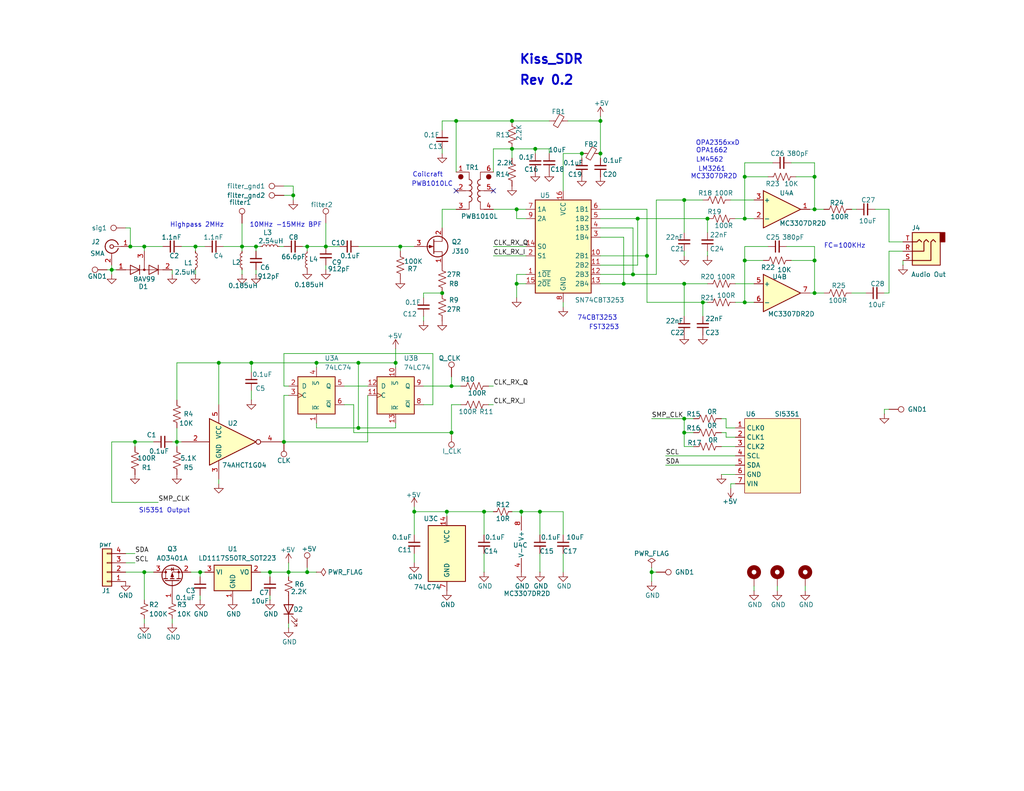
<source format=kicad_sch>
(kicad_sch (version 20231120) (generator "eeschema") (generator_version "8.0")
  (paper "USLetter")
  (title_block (title "kiss_sdr_r2") (date "2024-04-03") (rev "0.2"))
  (junction (at 78.74 156.21))
  (junction (at 54.61 156.21))
  (junction (at 140.97 77.47))
  (junction (at 186.69 114.3))
  (junction (at 59.69 99.06))
  (junction (at 222.25 48.26))
  (junction (at 86.36 99.06))
  (junction (at 132.08 139.7))
  (junction (at 123.19 105.41))
  (junction (at 39.37 67.31))
  (junction (at 120.65 80.01))
  (junction (at 170.18 77.47))
  (junction (at 53.34 67.31))
  (junction (at 113.03 139.7))
  (junction (at 186.69 77.47))
  (junction (at 203.2 48.26))
  (junction (at 73.66 156.21))
  (junction (at 203.2 71.12))
  (junction (at 172.72 74.93))
  (junction (at 107.95 99.06))
  (junction (at 39.37 156.21))
  (junction (at 97.79 116.84))
  (junction (at 177.8 156.21))
  (junction (at 88.9 67.31))
  (junction (at 176.53 69.85))
  (junction (at 222.25 71.12))
  (junction (at 109.22 67.31))
  (junction (at 139.7 33.02))
  (junction (at 48.26 120.65))
  (junction (at 146.05 40.64))
  (junction (at 222.25 57.15))
  (junction (at 68.58 99.06))
  (junction (at 35.56 67.31))
  (junction (at 203.2 82.55))
  (junction (at 163.83 41.91))
  (junction (at 142.24 139.7))
  (junction (at 97.79 99.06))
  (junction (at 123.19 118.11))
  (junction (at 163.83 33.02))
  (junction (at 36.83 120.65))
  (junction (at 158.75 41.91))
  (junction (at 69.85 67.31))
  (junction (at 140.97 57.15))
  (junction (at 77.47 120.65))
  (junction (at 173.99 59.69))
  (junction (at 222.25 80.01))
  (junction (at 83.82 156.21))
  (junction (at 193.04 59.69))
  (junction (at 83.82 67.31))
  (junction (at 80.01 53.34))
  (junction (at 186.69 54.61))
  (junction (at 30.48 73.66))
  (junction (at 147.32 139.7))
  (junction (at 203.2 59.69))
  (junction (at 124.46 33.02))
  (junction (at 66.04 67.31))
  (junction (at 186.69 118.11))
  (junction (at 121.92 139.7))
  (junction (at 191.77 82.55))
  (junction (at 139.7 40.64))
  (no_connect (at 134.62 52.07))
  (no_connect (at 124.46 52.07))
  (wire (pts (xy 134.62 40.64) (xy 134.62 46.99)))
  (wire (pts (xy 163.83 57.15) (xy 176.53 57.15)))
  (wire (pts (xy 215.9 44.45) (xy 222.25 44.45)))
  (wire (pts (xy 30.48 73.66) (xy 31.75 73.66)))
  (wire (pts (xy 77.47 96.52) (xy 118.11 96.52)))
  (wire (pts (xy 222.25 57.15) (xy 224.79 57.15)))
  (wire (pts (xy 86.36 99.06) (xy 97.79 99.06)))
  (wire (pts (xy 139.7 40.64) (xy 139.7 43.18)))
  (wire (pts (xy 153.67 151.13) (xy 153.67 156.21)))
  (wire (pts (xy 59.69 99.06) (xy 59.69 110.49)))
  (wire (pts (xy 54.61 156.21) (xy 54.61 157.48)))
  (wire (pts (xy 80.01 50.8) (xy 77.47 50.8)))
  (wire (pts (xy 199.39 54.61) (xy 205.74 54.61)))
  (wire (pts (xy 203.2 48.26) (xy 209.55 48.26)))
  (wire (pts (xy 153.67 139.7) (xy 147.32 139.7)))
  (wire (pts (xy 46.99 73.66) (xy 46.99 74.93)))
  (wire (pts (xy 163.83 31.75) (xy 163.83 33.02)))
  (wire (pts (xy 191.77 82.55) (xy 191.77 86.36)))
  (wire (pts (xy 149.86 40.64) (xy 149.86 41.91)))
  (wire (pts (xy 186.69 54.61) (xy 186.69 63.5)))
  (wire (pts (xy 203.2 48.26) (xy 203.2 59.69)))
  (wire (pts (xy 140.97 74.93) (xy 140.97 77.47)))
  (wire (pts (xy 120.65 57.15) (xy 124.46 57.15)))
  (wire (pts (xy 242.57 68.58) (xy 246.38 68.58)))
  (wire (pts (xy 71.12 156.21) (xy 73.66 156.21)))
  (wire (pts (xy 232.41 57.15) (xy 233.68 57.15)))
  (wire (pts (xy 242.57 57.15) (xy 242.57 66.04)))
  (wire (pts (xy 158.75 41.91) (xy 158.75 43.18)))
  (wire (pts (xy 238.76 57.15) (xy 242.57 57.15)))
  (wire (pts (xy 177.8 114.3) (xy 186.69 114.3)))
  (wire (pts (xy 97.79 99.06) (xy 97.79 116.84)))
  (wire (pts (xy 163.83 74.93) (xy 172.72 74.93)))
  (wire (pts (xy 205.74 160.02) (xy 205.74 161.29)))
  (wire (pts (xy 76.2 67.31) (xy 77.47 67.31)))
  (wire (pts (xy 222.25 48.26) (xy 217.17 48.26)))
  (wire (pts (xy 88.9 60.96) (xy 88.9 67.31)))
  (wire (pts (xy 139.7 40.64) (xy 134.62 40.64)))
  (wire (pts (xy 232.41 80.01) (xy 236.22 80.01)))
  (wire (pts (xy 193.04 77.47) (xy 186.69 77.47)))
  (wire (pts (xy 186.69 121.92) (xy 186.69 118.11)))
  (wire (pts (xy 222.25 67.31) (xy 222.25 71.12)))
  (wire (pts (xy 139.7 139.7) (xy 142.24 139.7)))
  (wire (pts (xy 172.72 74.93) (xy 179.07 74.93)))
  (wire (pts (xy 83.82 156.21) (xy 86.36 156.21)))
  (wire (pts (xy 140.97 57.15) (xy 143.51 57.15)))
  (wire (pts (xy 196.85 129.54) (xy 200.66 129.54)))
  (wire (pts (xy 181.61 127) (xy 200.66 127)))
  (wire (pts (xy 146.05 40.64) (xy 146.05 41.91)))
  (wire (pts (xy 113.03 139.7) (xy 121.92 139.7)))
  (wire (pts (xy 203.2 67.31) (xy 203.2 71.12)))
  (wire (pts (xy 39.37 67.31) (xy 44.45 67.31)))
  (wire (pts (xy 170.18 77.47) (xy 186.69 77.47)))
  (wire (pts (xy 181.61 124.46) (xy 200.66 124.46)))
  (wire (pts (xy 173.99 59.69) (xy 193.04 59.69)))
  (wire (pts (xy 123.19 102.87) (xy 123.19 105.41)))
  (wire (pts (xy 113.03 139.7) (xy 113.03 146.05)))
  (wire (pts (xy 97.79 67.31) (xy 109.22 67.31)))
  (wire (pts (xy 115.57 80.01) (xy 115.57 81.28)))
  (wire (pts (xy 30.48 120.65) (xy 36.83 120.65)))
  (wire (pts (xy 214.63 67.31) (xy 222.25 67.31)))
  (wire (pts (xy 107.95 116.84) (xy 107.95 115.57)))
  (wire (pts (xy 146.05 40.64) (xy 149.86 40.64)))
  (wire (pts (xy 186.69 54.61) (xy 191.77 54.61)))
  (wire (pts (xy 88.9 67.31) (xy 83.82 67.31)))
  (wire (pts (xy 193.04 59.69) (xy 193.04 63.5)))
  (wire (pts (xy 115.57 110.49) (xy 118.11 110.49)))
  (wire (pts (xy 113.03 151.13) (xy 113.03 153.67)))
  (wire (pts (xy 209.55 67.31) (xy 203.2 67.31)))
  (wire (pts (xy 34.29 153.67) (xy 36.83 153.67)))
  (wire (pts (xy 78.74 153.67) (xy 78.74 156.21)))
  (wire (pts (xy 53.34 73.66) (xy 53.34 74.93)))
  (wire (pts (xy 241.3 111.76) (xy 241.3 113.03)))
  (wire (pts (xy 34.29 151.13) (xy 36.83 151.13)))
  (wire (pts (xy 241.3 111.76) (xy 242.57 111.76)))
  (wire (pts (xy 242.57 66.04) (xy 246.38 66.04)))
  (wire (pts (xy 186.69 77.47) (xy 186.69 86.36)))
  (wire (pts (xy 134.62 67.31) (xy 143.51 67.31)))
  (wire (pts (xy 30.48 120.65) (xy 30.48 137.16)))
  (wire (pts (xy 39.37 168.91) (xy 39.37 170.18)))
  (wire (pts (xy 163.83 69.85) (xy 176.53 69.85)))
  (wire (pts (xy 78.74 170.18) (xy 78.74 171.45)))
  (wire (pts (xy 48.26 116.84) (xy 48.26 120.65)))
  (wire (pts (xy 219.71 160.02) (xy 219.71 161.29)))
  (wire (pts (xy 29.21 73.66) (xy 30.48 73.66)))
  (wire (pts (xy 189.23 121.92) (xy 186.69 121.92)))
  (wire (pts (xy 83.82 68.58) (xy 83.82 67.31)))
  (wire (pts (xy 48.26 120.65) (xy 49.53 120.65)))
  (wire (pts (xy 154.94 33.02) (xy 163.83 33.02)))
  (wire (pts (xy 77.47 120.65) (xy 100.33 120.65)))
  (wire (pts (xy 34.29 62.23) (xy 35.56 62.23)))
  (wire (pts (xy 88.9 72.39) (xy 88.9 73.66)))
  (wire (pts (xy 53.34 67.31) (xy 55.88 67.31)))
  (wire (pts (xy 54.61 156.21) (xy 55.88 156.21)))
  (wire (pts (xy 132.08 139.7) (xy 134.62 139.7)))
  (wire (pts (xy 83.82 154.94) (xy 83.82 156.21)))
  (wire (pts (xy 173.99 59.69) (xy 173.99 72.39)))
  (wire (pts (xy 143.51 74.93) (xy 140.97 74.93)))
  (wire (pts (xy 200.66 82.55) (xy 203.2 82.55)))
  (wire (pts (xy 163.83 59.69) (xy 173.99 59.69)))
  (wire (pts (xy 52.07 156.21) (xy 54.61 156.21)))
  (wire (pts (xy 200.66 59.69) (xy 203.2 59.69)))
  (wire (pts (xy 222.25 44.45) (xy 222.25 48.26)))
  (wire (pts (xy 153.67 41.91) (xy 158.75 41.91)))
  (wire (pts (xy 78.74 107.95) (xy 77.47 107.95)))
  (wire (pts (xy 176.53 69.85) (xy 176.53 82.55)))
  (wire (pts (xy 246.38 71.12) (xy 246.38 72.39)))
  (wire (pts (xy 134.62 105.41) (xy 133.35 105.41)))
  (wire (pts (xy 163.83 62.23) (xy 172.72 62.23)))
  (wire (pts (xy 120.65 80.01) (xy 115.57 80.01)))
  (wire (pts (xy 120.65 57.15) (xy 120.65 62.23)))
  (wire (pts (xy 35.56 67.31) (xy 35.56 62.23)))
  (wire (pts (xy 69.85 68.58) (xy 69.85 67.31)))
  (wire (pts (xy 203.2 44.45) (xy 203.2 48.26)))
  (wire (pts (xy 186.69 114.3) (xy 189.23 114.3)))
  (wire (pts (xy 59.69 99.06) (xy 68.58 99.06)))
  (wire (pts (xy 30.48 137.16) (xy 43.18 137.16)))
  (wire (pts (xy 124.46 33.02) (xy 124.46 46.99)))
  (wire (pts (xy 132.08 151.13) (xy 132.08 156.21)))
  (wire (pts (xy 69.85 67.31) (xy 71.12 67.31)))
  (wire (pts (xy 35.56 67.31) (xy 39.37 67.31)))
  (wire (pts (xy 123.19 118.11) (xy 123.19 110.49)))
  (wire (pts (xy 80.01 53.34) (xy 80.01 50.8)))
  (wire (pts (xy 93.98 105.41) (xy 100.33 105.41)))
  (wire (pts (xy 198.12 114.3) (xy 196.85 114.3)))
  (wire (pts (xy 77.47 107.95) (xy 77.47 120.65)))
  (wire (pts (xy 80.01 54.61) (xy 80.01 53.34)))
  (wire (pts (xy 222.25 71.12) (xy 222.25 80.01)))
  (wire (pts (xy 220.98 57.15) (xy 222.25 57.15)))
  (wire (pts (xy 191.77 82.55) (xy 193.04 82.55)))
  (wire (pts (xy 68.58 106.68) (xy 68.58 109.22)))
  (wire (pts (xy 30.48 73.66) (xy 30.48 74.93)))
  (wire (pts (xy 68.58 99.06) (xy 86.36 99.06)))
  (wire (pts (xy 199.39 132.08) (xy 199.39 133.35)))
  (wire (pts (xy 54.61 162.56) (xy 54.61 163.83)))
  (wire (pts (xy 86.36 99.06) (xy 86.36 100.33)))
  (wire (pts (xy 203.2 59.69) (xy 205.74 59.69)))
  (wire (pts (xy 73.66 156.21) (xy 78.74 156.21)))
  (wire (pts (xy 186.69 118.11) (xy 189.23 118.11)))
  (wire (pts (xy 203.2 71.12) (xy 208.28 71.12)))
  (wire (pts (xy 140.97 77.47) (xy 140.97 81.28)))
  (wire (pts (xy 242.57 80.01) (xy 241.3 80.01)))
  (wire (pts (xy 177.8 156.21) (xy 177.8 158.75)))
  (wire (pts (xy 49.53 67.31) (xy 53.34 67.31)))
  (wire (pts (xy 153.67 41.91) (xy 153.67 52.07)))
  (wire (pts (xy 86.36 116.84) (xy 97.79 116.84)))
  (wire (pts (xy 153.67 146.05) (xy 153.67 139.7)))
  (wire (pts (xy 66.04 73.66) (xy 66.04 74.93)))
  (wire (pts (xy 139.7 33.02) (xy 149.86 33.02)))
  (wire (pts (xy 210.82 44.45) (xy 203.2 44.45)))
  (wire (pts (xy 109.22 67.31) (xy 113.03 67.31)))
  (wire (pts (xy 196.85 121.92) (xy 200.66 121.92)))
  (wire (pts (xy 134.62 57.15) (xy 140.97 57.15)))
  (wire (pts (xy 222.25 57.15) (xy 222.25 48.26)))
  (wire (pts (xy 222.25 80.01) (xy 224.79 80.01)))
  (wire (pts (xy 198.12 116.84) (xy 198.12 114.3)))
  (wire (pts (xy 109.22 67.31) (xy 109.22 68.58)))
  (wire (pts (xy 66.04 60.96) (xy 66.04 67.31)))
  (wire (pts (xy 93.98 110.49) (xy 96.52 110.49)))
  (wire (pts (xy 77.47 53.34) (xy 80.01 53.34)))
  (wire (pts (xy 66.04 67.31) (xy 69.85 67.31)))
  (wire (pts (xy 124.46 33.02) (xy 139.7 33.02)))
  (wire (pts (xy 163.83 64.77) (xy 170.18 64.77)))
  (wire (pts (xy 132.08 139.7) (xy 132.08 146.05)))
  (wire (pts (xy 179.07 54.61) (xy 186.69 54.61)))
  (wire (pts (xy 115.57 86.36) (xy 115.57 87.63)))
  (wire (pts (xy 212.09 160.02) (xy 212.09 161.29)))
  (wire (pts (xy 123.19 105.41) (xy 125.73 105.41)))
  (wire (pts (xy 193.04 68.58) (xy 193.04 69.85)))
  (wire (pts (xy 172.72 74.93) (xy 172.72 62.23)))
  (wire (pts (xy 163.83 33.02) (xy 163.83 41.91)))
  (wire (pts (xy 73.66 162.56) (xy 73.66 163.83)))
  (wire (pts (xy 107.95 99.06) (xy 107.95 95.25)))
  (wire (pts (xy 203.2 71.12) (xy 203.2 82.55)))
  (wire (pts (xy 97.79 99.06) (xy 107.95 99.06)))
  (wire (pts (xy 120.65 33.02) (xy 120.65 35.56)))
  (wire (pts (xy 163.83 41.91) (xy 163.83 43.18)))
  (wire (pts (xy 186.69 69.85) (xy 186.69 68.58)))
  (wire (pts (xy 100.33 107.95) (xy 100.33 120.65)))
  (wire (pts (xy 107.95 100.33) (xy 107.95 99.06)))
  (wire (pts (xy 120.65 33.02) (xy 124.46 33.02)))
  (wire (pts (xy 53.34 67.31) (xy 53.34 68.58)))
  (wire (pts (xy 147.32 151.13) (xy 147.32 156.21)))
  (wire (pts (xy 143.51 59.69) (xy 140.97 59.69)))
  (wire (pts (xy 118.11 96.52) (xy 118.11 110.49)))
  (wire (pts (xy 176.53 82.55) (xy 191.77 82.55)))
  (wire (pts (xy 123.19 110.49) (xy 125.73 110.49)))
  (wire (pts (xy 48.26 99.06) (xy 48.26 109.22)))
  (wire (pts (xy 203.2 82.55) (xy 205.74 82.55)))
  (wire (pts (xy 97.79 116.84) (xy 107.95 116.84)))
  (wire (pts (xy 163.83 72.39) (xy 173.99 72.39)))
  (wire (pts (xy 200.66 116.84) (xy 198.12 116.84)))
  (wire (pts (xy 39.37 67.31) (xy 39.37 68.58)))
  (wire (pts (xy 96.52 118.11) (xy 123.19 118.11)))
  (wire (pts (xy 68.58 101.6) (xy 68.58 99.06)))
  (wire (pts (xy 142.24 139.7) (xy 142.24 140.97)))
  (wire (pts (xy 200.66 132.08) (xy 199.39 132.08)))
  (wire (pts (xy 73.66 156.21) (xy 73.66 157.48)))
  (wire (pts (xy 60.96 67.31) (xy 66.04 67.31)))
  (wire (pts (xy 186.69 118.11) (xy 186.69 114.3)))
  (wire (pts (xy 200.66 119.38) (xy 198.12 119.38)))
  (wire (pts (xy 242.57 68.58) (xy 242.57 80.01)))
  (wire (pts (xy 48.26 120.65) (xy 48.26 121.92)))
  (wire (pts (xy 198.12 118.11) (xy 196.85 118.11)))
  (wire (pts (xy 30.48 73.66) (xy 30.48 72.39)))
  (wire (pts (xy 198.12 119.38) (xy 198.12 118.11)))
  (wire (pts (xy 177.8 154.94) (xy 177.8 156.21)))
  (wire (pts (xy 153.67 82.55) (xy 153.67 83.82)))
  (wire (pts (xy 39.37 156.21) (xy 39.37 163.83)))
  (wire (pts (xy 46.99 168.91) (xy 46.99 170.18)))
  (wire (pts (xy 48.26 99.06) (xy 59.69 99.06)))
  (wire (pts (xy 46.99 120.65) (xy 48.26 120.65)))
  (wire (pts (xy 83.82 67.31) (xy 82.55 67.31)))
  (wire (pts (xy 200.66 77.47) (xy 205.74 77.47)))
  (wire (pts (xy 134.62 69.85) (xy 143.51 69.85)))
  (wire (pts (xy 143.51 77.47) (xy 140.97 77.47)))
  (wire (pts (xy 121.92 139.7) (xy 121.92 140.97)))
  (wire (pts (xy 39.37 156.21) (xy 41.91 156.21)))
  (wire (pts (xy 86.36 115.57) (xy 86.36 116.84)))
  (wire (pts (xy 115.57 105.41) (xy 123.19 105.41)))
  (wire (pts (xy 140.97 57.15) (xy 140.97 59.69)))
  (wire (pts (xy 36.83 120.65) (xy 36.83 121.92)))
  (wire (pts (xy 77.47 105.41) (xy 77.47 96.52)))
  (wire (pts (xy 78.74 156.21) (xy 83.82 156.21)))
  (wire (pts (xy 139.7 40.64) (xy 146.05 40.64)))
  (wire (pts (xy 88.9 67.31) (xy 92.71 67.31)))
  (wire (pts (xy 34.29 156.21) (xy 39.37 156.21)))
  (wire (pts (xy 179.07 74.93) (xy 179.07 54.61)))
  (wire (pts (xy 121.92 139.7) (xy 132.08 139.7)))
  (wire (pts (xy 142.24 139.7) (xy 147.32 139.7)))
  (wire (pts (xy 78.74 105.41) (xy 77.47 105.41)))
  (wire (pts (xy 215.9 71.12) (xy 222.25 71.12)))
  (wire (pts (xy 220.98 80.01) (xy 222.25 80.01)))
  (wire (pts (xy 170.18 77.47) (xy 170.18 64.77)))
  (wire (pts (xy 147.32 139.7) (xy 147.32 146.05)))
  (wire (pts (xy 163.83 77.47) (xy 170.18 77.47)))
  (wire (pts (xy 133.35 110.49) (xy 134.62 110.49)))
  (wire (pts (xy 78.74 156.21) (xy 78.74 157.48)))
  (wire (pts (xy 96.52 110.49) (xy 96.52 118.11)))
  (wire (pts (xy 177.8 156.21) (xy 179.07 156.21)))
  (wire (pts (xy 113.03 139.7) (xy 113.03 138.43)))
  (wire (pts (xy 66.04 67.31) (xy 66.04 68.58)))
  (wire (pts (xy 69.85 73.66) (xy 69.85 74.93)))
  (wire (pts (xy 176.53 57.15) (xy 176.53 69.85)))
  (wire (pts (xy 36.83 120.65) (xy 41.91 120.65)))
  (wire (pts (xy 120.65 41.91) (xy 120.65 40.64)))
  (wire (pts (xy 59.69 132.08) (xy 59.69 130.81)))
  (text "10MHz -15MHz BPF" (at 68.072 62.23 0) (effects (font (size 1.27 1.27)) (justify left bottom)))
  (text "Highpass 2MHz" (at 46.355 62.23 0) (effects (font (size 1.27 1.27)) (justify left bottom)))
  (text "Coilcraft" (at 112.522 48.514 0) (effects (font (size 1.27 1.27)) (justify left bottom)))
  (text "Kiss_SDR" (at 141.605 17.78 0) (effects (font (size 2.5 2.5) (thickness 0.5) (bold yes)) (justify left bottom)))
  (text "OPA2356xxD" (at 195.834 39.116 0) (effects (font (size 1.27 1.27))))
  (text "FC=100KHz" (at 224.79 67.945 0) (effects (font (size 1.27 1.27)) (justify left bottom)))
  (text "MC3307DR2D" (at 194.818 48.26 0) (effects (font (size 1.27 1.27))))
  (text "Rev 0.2" (at 141.605 23.495 0) (effects (font (size 2.5 2.5) (bold yes)) (justify left bottom)))
  (text "LM3261" (at 190.5 46.99 0) (effects (font (size 1.27 1.27)) (justify left bottom)))
  (text "OPA1662" (at 189.865 41.91 0) (effects (font (size 1.27 1.27)) (justify left bottom)))
  (text "SI5351 Output" (at 37.846 140.208 0) (effects (font (size 1.27 1.27)) (justify left bottom)))
  (text "74CBT3253" (at 157.48 87.63 0) (effects (font (size 1.27 1.27)) (justify left bottom)))
  (text "FST3253\n" (at 160.655 90.17 0) (effects (font (size 1.27 1.27)) (justify left bottom)))
  (text "LM4562" (at 189.865 44.45 0) (effects (font (size 1.27 1.27)) (justify left bottom)))
  (text "PWB1010LC" (at 112.268 51.054 0) (effects (font (size 1.27 1.27)) (justify left bottom)))
  (label "SDA" (at 181.61 127 0))
  (label "CLK_RX_I" (at 134.62 69.85 0))
  (label "SMP_CLK" (at 177.8 114.3 0))
  (label "CLK_RX_I" (at 134.62 110.49 0))
  (label "CLK_RX_Q" (at 134.62 67.31 0))
  (label "SMP_CLK" (at 43.18 137.16 0))
  (label "SDA" (at 36.83 151.13 0))
  (label "SCL" (at 36.83 153.67 0))
  (label "CLK_RX_Q" (at 134.62 105.41 0))
  (label "SCL" (at 181.61 124.46 0))
  (symbol (lib_id "Connector:Conn_Coaxial") (at 30.48 67.31 0) (mirror y) (unit 1)
    (property "Reference" "J2" (at 27.305 66.04 0) (effects (justify left)))
    (property "Value" "SMA" (at 28.575 69.215 0) (effects (justify left)))
    (property "Footprint" "Connector_Coaxial:SMA_Samtec_SMA-J-P-X-ST-EM1_EdgeMount" (effects (hide yes)))
    (property "Datasheet" " ~" (effects (hide yes)))
  )
  (symbol (lib_id "Device:C_Small") (at 238.76 80.01 90) (unit 1)
    (property "Reference" "C28" (at 237.49 77.47 90) (effects (justify right)))
    (property "Value" "10uF" (at 236.855 83.185 90) (effects (justify right)))
    (property "Footprint" "Capacitor_SMD:C_0805_2012Metric_Pad1.18x1.45mm_HandSolder" (effects (hide yes)))
    (property "Description" "CAP CER, 10uF, 25V, X7R, 0805" (effects (hide yes)))
    (property "Vendor" "Digikey" (effects (hide yes)))
    (property "Vendor #" "1276-1017-1-ND" (effects (hide yes)))
  )
  (symbol (lib_id "Device:R_Small_US") (at 39.37 166.37 0) (unit 1)
    (property "Reference" "R2" (at 40.64 165.1 0) (effects (justify left)))
    (property "Value" "100K" (at 40.64 167.64 0) (effects (justify left)))
    (property "Footprint" "Resistor_SMD:R_0805_2012Metric_Pad1.20x1.40mm_HandSolder" (effects (hide yes)))
    (property "Description" " RES 100K OHM %1 1/10W 0805 SMD" (effects (hide yes)))
  )
  (symbol (lib_name "GND_1") (lib_id "power:GND") (at 73.66 163.83 0) (unit 1)
    (property "Reference" "#PWR015" (effects (hide yes)))
    (property "Value" "GND" (at 73.914 167.64 0))
    (property "Description" "Power symbol creates a global label with name \"GND\" , ground" (effects (hide yes)))
  )
  (symbol (lib_id "Mechanical:MountingHole_Pad") (at 219.71 157.48 0) (unit 1) (in_bom no)
    (property "Reference" "H4" (effects (hide yes)))
    (property "Value" "MountingHole_Pad" (effects (hide yes)))
    (property "Footprint" "MountingHole:MountingHole_2.7mm_M2.5_ISO14580_Pad" (effects (hide yes)))
  )
  (symbol (lib_name "GND_1") (lib_id "power:GND") (at 246.38 72.39 0) (unit 1)
    (property "Reference" "#PWR054" (effects (hide yes)))
    (property "Value" "GND" (effects (hide yes)))
    (property "Description" "Power symbol creates a global label with name \"GND\" , ground" (effects (hide yes)))
  )
  (symbol (lib_name "GND_1") (lib_id "power:GND") (at 158.75 48.26 0) (unit 1)
    (property "Reference" "#PWR038" (effects (hide yes)))
    (property "Value" "GND" (effects (hide yes)))
    (property "Description" "Power symbol creates a global label with name \"GND\" , ground" (effects (hide yes)))
  )
  (symbol (lib_name "GND_1") (lib_id "power:GND") (at 66.04 74.93 0) (unit 1)
    (property "Reference" "#PWR012" (effects (hide yes)))
    (property "Value" "GND" (effects (hide yes)))
    (property "Description" "Power symbol creates a global label with name \"GND\" , ground" (effects (hide yes)))
  )
  (symbol (lib_name "GND_1") (lib_id "power:GND") (at 120.65 87.63 0) (unit 1)
    (property "Reference" "#PWR028" (effects (hide yes)))
    (property "Value" "GND" (effects (hide yes)))
    (property "Description" "Power symbol creates a global label with name \"GND\" , ground" (effects (hide yes)))
  )
  (symbol (lib_id "Connector:TestPoint") (at 29.21 73.66 90) (mirror x) (unit 1) (in_bom no)
    (property "Reference" "GND1" (effects (hide yes)))
    (property "Value" "GND1" (at 29.21 75.438 90) (effects (justify left)))
    (property "Footprint" "TestPoint:TestPoint_THTPad_D2.0mm_Drill1.0mm" (effects (hide yes)))
  )
  (symbol (lib_name "GND_1") (lib_id "power:GND") (at 193.04 69.85 0) (unit 1)
    (property "Reference" "#PWR045" (effects (hide yes)))
    (property "Value" "GND" (effects (hide yes)))
    (property "Description" "Power symbol creates a global label with name \"GND\" , ground" (effects (hide yes)))
  )
  (symbol (lib_name "GND_1") (lib_id "power:GND") (at 212.09 161.29 0) (unit 1)
    (property "Reference" "#PWR050" (effects (hide yes)))
    (property "Value" "GND" (at 212.344 165.1 0))
    (property "Description" "Power symbol creates a global label with name \"GND\" , ground" (effects (hide yes)))
  )
  (symbol (lib_id "Connector:TestPoint") (at 123.19 118.11 0) (mirror x) (unit 1) (in_bom no)
    (property "Reference" "I_CLK1" (effects (hide yes)))
    (property "Value" "I_CLK" (at 120.65 123.19 0) (effects (justify left)))
    (property "Footprint" "TestPoint:TestPoint_THTPad_D2.0mm_Drill1.0mm" (effects (hide yes)))
  )
  (symbol (lib_id "Device:R_US") (at 139.7 46.99 180) (unit 1)
    (property "Reference" "R14" (at 137.16 47.625 0))
    (property "Value" "2.2K" (at 137.795 44.45 0))
    (property "Footprint" "Resistor_SMD:R_0805_2012Metric_Pad1.20x1.40mm_HandSolder" (effects (hide yes)))
    (property "Description" " RES 10K OHM %1 1/10W 0805 SMD" (effects (hide yes)))
  )
  (symbol (lib_name "GND_1") (lib_id "power:GND") (at 113.03 153.67 0) (unit 1)
    (property "Reference" "#PWR022" (effects (hide yes)))
    (property "Value" "GND" (at 113.284 157.48 0))
    (property "Description" "Power symbol creates a global label with name \"GND\" , ground" (effects (hide yes)))
  )
  (symbol (lib_id "Device:R_US") (at 213.36 48.26 90) (unit 1)
    (property "Reference" "R23" (at 210.82 50.165 90))
    (property "Value" "10K" (at 215.9 50.165 90))
    (property "Footprint" "Resistor_SMD:R_0805_2012Metric_Pad1.20x1.40mm_HandSolder" (effects (hide yes)))
    (property "Description" " RES 10K OHM %1 1/10W 0805 SMD" (effects (hide yes)))
  )
  (symbol (lib_id "Device:C_Small") (at 186.69 66.04 180) (unit 1)
    (property "Reference" "C21" (at 182.88 67.945 0) (effects (justify right)))
    (property "Value" "22nF" (at 181.61 64.77 0) (effects (justify right)))
    (property "Footprint" "Capacitor_SMD:C_0805_2012Metric_Pad1.18x1.45mm_HandSolder" (effects (hide yes)))
    (property "Description" "CAP CER, 22nF, 25V, X7R, 0805" (effects (hide yes)))
    (property "Vendor" "Digikey" (effects (hide yes)))
    (property "Vendor #" "1276-1017-1-ND" (effects (hide yes)))
  )
  (symbol (lib_id "Device:R_US") (at 120.65 83.82 180) (unit 1)
    (property "Reference" "R9" (at 123.825 81.915 0))
    (property "Value" "27R" (at 123.825 84.455 0))
    (property "Footprint" "Resistor_SMD:R_0805_2012Metric_Pad1.20x1.40mm_HandSolder" (effects (hide yes)))
    (property "Description" " RES 27R OHM %1 1/10W 0805 SMD" (effects (hide yes)))
  )
  (symbol (lib_id "Connector:TestPoint") (at 66.04 60.96 0) (mirror y) (unit 1) (in_bom no)
    (property "Reference" "sig2" (effects (hide yes)))
    (property "Value" "filter1" (at 68.58 55.245 0) (effects (justify left)))
    (property "Footprint" "TestPoint:TestPoint_THTPad_D2.0mm_Drill1.0mm" (effects (hide yes)))
  )
  (symbol (lib_name "GND_1") (lib_id "power:GND") (at 83.82 73.66 0) (unit 1)
    (property "Reference" "#PWR019" (effects (hide yes)))
    (property "Value" "GND" (effects (hide yes)))
    (property "Description" "Power symbol creates a global label with name \"GND\" , ground" (effects (hide yes)))
  )
  (symbol (lib_id "Device:C_Small") (at 58.42 67.31 270) (unit 1)
    (property "Reference" "C4" (at 60.96 69.85 90) (effects (justify right)))
    (property "Value" "1.1nF" (at 60.96 64.77 90) (effects (justify right)))
    (property "Footprint" "Capacitor_SMD:C_0805_2012Metric_Pad1.18x1.45mm_HandSolder" (effects (hide yes)))
    (property "Description" "CAP CER, 1.1nF, 25V, X7R, 0805" (effects (hide yes)))
    (property "Vendor" "Digikey" (effects (hide yes)))
    (property "Vendor #" "1276-1017-1-ND" (effects (hide yes)))
  )
  (symbol (lib_id "Device:FerriteBead_Small") (at 161.29 41.91 270) (unit 1)
    (property "Reference" "FB2" (at 159.385 39.37 90) (effects (justify left)))
    (property "Value" "FerriteBead, 6A 1 9mΩ 33Ω@100MHz ±25% 1206 Ferrite Beads ROHS" (effects (hide yes)))
    (property "Footprint" "Inductor_SMD:L_1206_3216Metric_Pad1.42x1.75mm_HandSolder" (effects (hide yes)))
    (property "Datasheet" "https://www.fair-rite.com/wp-content/themes/fair-rite/print_product.php?pid=19229" (effects (hide yes)))
    (property "Description" "FERRITE BEAD 50 OHM 1206 1LN" (effects (hide yes)))
    (property "Vendor" "Digikey" (effects (hide yes)))
    (property "Vendor Part #" "1934-1465-1-ND" (effects (hide yes)))
  )
  (symbol (lib_id "Connector:TestPoint") (at 77.47 53.34 90) (mirror x) (unit 1) (in_bom no)
    (property "Reference" "sig4" (effects (hide yes)))
    (property "Value" "filter_gnd2" (at 72.39 53.34 90) (effects (justify left)))
    (property "Footprint" "TestPoint:TestPoint_THTPad_D2.0mm_Drill1.0mm" (effects (hide yes)))
  )
  (symbol (lib_id "Device:C_Small") (at 88.9 69.85 0) (unit 1)
    (property "Reference" "C9" (at 93.218 71.628 0) (effects (justify right)))
    (property "Value" "912pF" (at 95.504 73.406 0) (effects (justify right)))
    (property "Footprint" "Capacitor_SMD:C_0805_2012Metric_Pad1.18x1.45mm_HandSolder" (effects (hide yes)))
    (property "Description" "CAP CER, 912pF, 25V, X7R, 0805" (effects (hide yes)))
    (property "Vendor" "Digikey" (effects (hide yes)))
    (property "Vendor #" "1276-1017-1-ND" (effects (hide yes)))
  )
  (symbol (lib_name "GND_1") (lib_id "power:GND") (at 149.86 46.99 0) (unit 1)
    (property "Reference" "#PWR036" (effects (hide yes)))
    (property "Value" "GND" (effects (hide yes)))
    (property "Description" "Power symbol creates a global label with name \"GND\" , ground" (effects (hide yes)))
  )
  (symbol (lib_id "Device:C_Small") (at 186.69 88.9 180) (unit 1)
    (property "Reference" "C22" (at 182.88 90.805 0) (effects (justify right)))
    (property "Value" "22nF" (at 181.61 87.63 0) (effects (justify right)))
    (property "Footprint" "Capacitor_SMD:C_0805_2012Metric_Pad1.18x1.45mm_HandSolder" (effects (hide yes)))
    (property "Description" "CAP CER, 22nF, 25V, X7R, 0805" (effects (hide yes)))
    (property "Vendor" "Digikey" (effects (hide yes)))
    (property "Vendor #" "1276-1017-1-ND" (effects (hide yes)))
  )
  (symbol (lib_id "Device:C_Small") (at 113.03 148.59 0) (unit 1)
    (property "Reference" "C11" (at 112.395 150.114 0) (effects (justify right)))
    (property "Value" "0.1uF" (at 112.395 146.685 0) (effects (justify right)))
    (property "Footprint" "Capacitor_SMD:C_0805_2012Metric_Pad1.18x1.45mm_HandSolder" (effects (hide yes)))
    (property "Description" "CAP CER, 0.1uF, 25V, X7R, 0805" (effects (hide yes)))
    (property "Vendor" "Digikey" (effects (hide yes)))
    (property "Vendor #" "1276-1017-1-ND" (effects (hide yes)))
  )
  (symbol (lib_id "Device:R_US") (at 196.85 77.47 90) (unit 1)
    (property "Reference" "R20" (at 193.04 75.565 90))
    (property "Value" "100R" (at 198.12 75.565 90))
    (property "Footprint" "Resistor_SMD:R_0805_2012Metric_Pad1.20x1.40mm_HandSolder" (effects (hide yes)))
    (property "Description" " RES 10R OHM %1 1/10W 0805 SMD" (effects (hide yes)))
  )
  (symbol (lib_name "+5V_1") (lib_id "power:+5V") (at 113.03 138.43 0) (unit 1)
    (property "Reference" "#PWR021" (effects (hide yes)))
    (property "Value" "+5V" (at 112.776 135.128 0))
    (property "Description" "Power symbol creates a global label with name \"+5V\"" (effects (hide yes)))
  )
  (symbol (lib_name "GND_1") (lib_id "power:GND") (at 146.05 46.99 0) (unit 1)
    (property "Reference" "#PWR034" (effects (hide yes)))
    (property "Value" "GND" (effects (hide yes)))
    (property "Description" "Power symbol creates a global label with name \"GND\" , ground" (effects (hide yes)))
  )
  (symbol (lib_id "Connector_Audio:AudioJack3") (at 251.46 68.58 180) (unit 1)
    (property "Reference" "J4" (at 249.936 62.23 0))
    (property "Value" "Audio Out" (at 253.365 74.93 0))
    (property "Footprint" "Connector_Audio:Jack_3.5mm_CUI_SJ-3523-SMT_Horizontal" (effects (hide yes)))
    (property "Description" "Audio Jack, 3 Poles (Stereo / TRS)" (effects (hide yes)))
  )
  (symbol (lib_id "Device:L_Small") (at 73.66 67.31 90) (unit 1)
    (property "Reference" "L3" (at 73.025 63.5 90))
    (property "Value" "2.54uH" (at 73.914 65.786 90))
    (property "Footprint" "Inductor_SMD:L_1206_3216Metric_Pad1.22x1.90mm_HandSolder" (effects (hide yes)))
  )
  (symbol (lib_id "Amplifier_Operational:OPA2356xxD") (at 213.36 57.15 0) (unit 1)
    (property "Reference" "U4" (at 214.63 52.705 0))
    (property "Value" "MC3307DR2D" (at 219.075 60.96 0))
    (property "Footprint" "Package_SO:SOIC-8_3.9x4.9mm_P1.27mm" (effects (hide yes)))
    (property "Datasheet" "http://www.ti.com/lit/ds/symlink/opa2356.pdf" (effects (hide yes)))
  )
  (symbol (lib_name "GND_1") (lib_id "power:GND") (at 69.85 74.93 0) (unit 1)
    (property "Reference" "#PWR014" (effects (hide yes)))
    (property "Value" "GND" (effects (hide yes)))
    (property "Description" "Power symbol creates a global label with name \"GND\" , ground" (effects (hide yes)))
  )
  (symbol (lib_name "PWR_FLAG_2") (lib_id "power:PWR_FLAG") (at 177.8 154.94 0) (unit 1)
    (property "Reference" "#FLG02" (effects (hide yes)))
    (property "Value" "PWR_FLAG" (at 177.8 151.13 0))
    (property "Description" "Special symbol for telling ERC where power comes from" (effects (hide yes)))
  )
  (symbol (lib_name "GND_1") (lib_id "power:GND") (at 177.8 158.75 0) (unit 1)
    (property "Reference" "#PWR041" (effects (hide yes)))
    (property "Value" "GND" (at 178.054 162.56 0))
    (property "Description" "Power symbol creates a global label with name \"GND\" , ground" (effects (hide yes)))
  )
  (symbol (lib_id "Device:C_Small") (at 153.67 148.59 0) (unit 1)
    (property "Reference" "C17" (at 157.48 150.495 0) (effects (justify right)))
    (property "Value" "10uF" (at 159.385 146.685 0) (effects (justify right)))
    (property "Footprint" "Capacitor_SMD:C_0805_2012Metric_Pad1.18x1.45mm_HandSolder" (effects (hide yes)))
    (property "Description" "CAP CER, 0.1uF, 25V, X7R, 0805" (effects (hide yes)))
    (property "Vendor" "Digikey" (effects (hide yes)))
    (property "Vendor #" "1276-1017-1-ND" (effects (hide yes)))
  )
  (symbol (lib_name "GND_1") (lib_id "power:GND") (at 80.01 54.61 0) (unit 1)
    (property "Reference" "#PWR016" (effects (hide yes)))
    (property "Value" "GND" (effects (hide yes)))
    (property "Description" "Power symbol creates a global label with name \"GND\" , ground" (effects (hide yes)))
  )
  (symbol (lib_id "Transistor_FET:AO3401A") (at 46.99 158.75 90) (unit 1)
    (property "Reference" "Q3" (at 46.99 149.86 90))
    (property "Value" "AO3401A" (at 46.99 152.4 90))
    (property "Footprint" "Package_TO_SOT_SMD:SOT-23" (effects (hide yes)))
    (property "Datasheet" "http://www.aosmd.com/pdfs/datasheet/AO3401A.pdf" (effects (hide yes)))
    (property "Description" "-4.0A Id, -30V Vds, P-Channel MOSFET, SOT-23" (effects (hide yes)))
  )
  (symbol (lib_name "PWR_FLAG_2") (lib_id "power:PWR_FLAG") (at 86.36 156.21 270) (unit 1)
    (property "Reference" "#FLG01" (effects (hide yes)))
    (property "Value" "PWR_FLAG" (at 94.234 156.21 90))
    (property "Description" "Special symbol for telling ERC where power comes from" (effects (hide yes)))
  )
  (symbol (lib_id "Device:C_Small") (at 193.04 66.04 180) (unit 1)
    (property "Reference" "C24" (at 193.675 67.945 0) (effects (justify right)))
    (property "Value" "22nF" (at 193.675 64.135 0) (effects (justify right)))
    (property "Footprint" "Capacitor_SMD:C_0805_2012Metric_Pad1.18x1.45mm_HandSolder" (effects (hide yes)))
    (property "Description" "CAP CER, 22nF, 25V, X7R, 0805" (effects (hide yes)))
    (property "Vendor" "Digikey" (effects (hide yes)))
    (property "Vendor #" "1276-1017-1-ND" (effects (hide yes)))
  )
  (symbol (lib_id "Device:R_US") (at 109.22 72.39 180) (unit 1)
    (property "Reference" "R7" (at 112.522 73.406 0))
    (property "Value" "100K" (at 112.776 71.374 0))
    (property "Footprint" "Resistor_SMD:R_0805_2012Metric_Pad1.20x1.40mm_HandSolder" (effects (hide yes)))
    (property "Description" " RES 100K OHM %1 1/10W 0805 SMD" (effects (hide yes)))
  )
  (symbol (lib_id "Diode:BAV99") (at 39.37 73.66 0) (mirror x) (unit 1)
    (property "Reference" "D1" (at 39.116 78.232 0))
    (property "Value" "BAV99" (at 39.37 76.2 0))
    (property "Footprint" "Package_TO_SOT_SMD:SOT-23" (effects (hide yes)))
    (property "Datasheet" "https://assets.nexperia.com/documents/data-sheet/BAV99_SER.pdf" (effects (hide yes)))
    (property "Description" "BAV99 High-speed switching diodes, SOT-23" (effects (hide yes)))
  )
  (symbol (lib_id "Device:C_Small") (at 149.86 44.45 180) (unit 1)
    (property "Reference" "C18" (at 150.114 46.228 0) (effects (justify right)))
    (property "Value" "10uF" (at 149.606 40.894 0) (effects (justify right)))
    (property "Footprint" "Capacitor_SMD:C_0805_2012Metric_Pad1.18x1.45mm_HandSolder" (effects (hide yes)))
    (property "Description" "CAP CER, 10uF, 25V, X7R, 0805" (effects (hide yes)))
    (property "Vendor" "Digikey" (effects (hide yes)))
    (property "Vendor #" "1276-1017-1-ND" (effects (hide yes)))
  )
  (symbol (lib_name "GND_1") (lib_id "power:GND") (at 54.61 163.83 0) (unit 1)
    (property "Reference" "#PWR09" (effects (hide yes)))
    (property "Value" "GND" (at 54.864 167.64 0))
    (property "Description" "Power symbol creates a global label with name \"GND\" , ground" (effects (hide yes)))
  )
  (symbol (lib_id "Connector:TestPoint") (at 77.47 50.8 90) (mirror x) (unit 1) (in_bom no)
    (property "Reference" "sig3" (effects (hide yes)))
    (property "Value" "filter_gnd1" (at 72.39 50.8 90) (effects (justify left)))
    (property "Footprint" "TestPoint:TestPoint_THTPad_D2.0mm_Drill1.0mm" (effects (hide yes)))
  )
  (symbol (lib_name "GND_1") (lib_id "power:GND") (at 163.83 48.26 0) (unit 1)
    (property "Reference" "#PWR040" (effects (hide yes)))
    (property "Value" "GND" (effects (hide yes)))
    (property "Description" "Power symbol creates a global label with name \"GND\" , ground" (effects (hide yes)))
  )
  (symbol (lib_id "Device:C_Small") (at 236.22 57.15 90) (unit 1)
    (property "Reference" "C27" (at 234.95 54.61 90) (effects (justify right)))
    (property "Value" "10uF" (at 234.315 60.325 90) (effects (justify right)))
    (property "Footprint" "Capacitor_SMD:C_0805_2012Metric_Pad1.18x1.45mm_HandSolder" (effects (hide yes)))
    (property "Description" "CAP CER, 10uF, 25V, X7R, 0805" (effects (hide yes)))
    (property "Vendor" "Digikey" (effects (hide yes)))
    (property "Vendor #" "1276-1017-1-ND" (effects (hide yes)))
  )
  (symbol (lib_name "GND_1") (lib_id "power:GND") (at 36.83 129.54 0) (unit 1)
    (property "Reference" "#PWR03" (effects (hide yes)))
    (property "Value" "GND" (effects (hide yes)))
    (property "Description" "Power symbol creates a global label with name \"GND\" , ground" (effects (hide yes)))
  )
  (symbol (lib_id "Device:R_US") (at 139.7 36.83 180) (unit 1)
    (property "Reference" "R13" (at 137.16 36.83 0))
    (property "Value" "2.2K" (at 141.605 36.195 90))
    (property "Footprint" "Resistor_SMD:R_0805_2012Metric_Pad1.20x1.40mm_HandSolder" (effects (hide yes)))
    (property "Description" " RES 2.2K OHM %1 1/10W 0805 SMD" (effects (hide yes)))
  )
  (symbol (lib_id "Device:C_Small") (at 80.01 67.31 90) (unit 1)
    (property "Reference" "C8" (at 78.74 64.77 90) (effects (justify right)))
    (property "Value" "66.6pF" (at 76.708 70.104 90) (effects (justify right)))
    (property "Footprint" "Capacitor_SMD:C_0805_2012Metric_Pad1.18x1.45mm_HandSolder" (effects (hide yes)))
    (property "Description" "CAP CER, 66.6pF, 25V, X7R, 0805" (effects (hide yes)))
    (property "Vendor" "Digikey" (effects (hide yes)))
    (property "Vendor #" "1276-1017-1-ND" (effects (hide yes)))
  )
  (symbol (lib_id "Device:C_Small") (at 115.57 83.82 180) (unit 1)
    (property "Reference" "C12" (at 109.855 85.725 0) (effects (justify right)))
    (property "Value" "0.1F" (at 110.49 82.55 0) (effects (justify right)))
    (property "Footprint" "Capacitor_SMD:C_0805_2012Metric_Pad1.18x1.45mm_HandSolder" (effects (hide yes)))
    (property "Description" "CAP CER, 0.1uF, 25V, X7R, 0805" (effects (hide yes)))
    (property "Vendor" "Digikey" (effects (hide yes)))
    (property "Vendor #" "1276-1017-1-ND" (effects (hide yes)))
  )
  (symbol (lib_id "Device:C_Small") (at 213.36 44.45 90) (unit 1)
    (property "Reference" "C26" (at 210.185 41.91 90) (effects (justify right)))
    (property "Value" "380pF" (at 214.63 41.91 90) (effects (justify right)))
    (property "Footprint" "Capacitor_SMD:C_0805_2012Metric_Pad1.18x1.45mm_HandSolder" (effects (hide yes)))
    (property "Description" "CAP CER, 380pF, 25V, X7R, 0805" (effects (hide yes)))
    (property "Vendor" "Digikey" (effects (hide yes)))
    (property "Vendor #" "1276-1017-1-ND" (effects (hide yes)))
  )
  (symbol (lib_id "Device:L_Small") (at 53.34 71.12 0) (unit 1)
    (property "Reference" "L1" (at 50.165 71.755 0) (effects (justify left)))
    (property "Value" "2.5uH" (at 47.625 74.295 0) (effects (justify left)))
    (property "Footprint" "Inductor_SMD:L_1206_3216Metric_Pad1.22x1.90mm_HandSolder" (effects (hide yes)))
  )
  (symbol (lib_id "Device:R_US") (at 48.26 125.73 180) (unit 1)
    (property "Reference" "R5" (at 51.435 127.635 0))
    (property "Value" "5.1K" (at 51.435 125.095 0))
    (property "Footprint" "Resistor_SMD:R_0805_2012Metric_Pad1.20x1.40mm_HandSolder" (effects (hide yes)))
    (property "Description" " RES 5.1K OHM %1 1/10W 0805 SMD" (effects (hide yes)))
  )
  (symbol (lib_id "74xx:74HC74") (at 107.95 107.95 0) (unit 2)
    (property "Reference" "U3" (at 110.1441 97.79 0) (effects (justify left)))
    (property "Value" "74LC74" (at 110.1441 100.33 0) (effects (justify left)))
    (property "Footprint" "Package_SO:SO-14_5.3x10.2mm_P1.27mm" (effects (hide yes)))
    (property "Datasheet" "74xx/74hc_hct74.pdf" (effects (hide yes)))
  )
  (symbol (lib_id "Amplifier_Operational:OPA2356xxD") (at 213.36 80.01 0) (unit 2)
    (property "Reference" "U4" (at 212.725 75.565 0))
    (property "Value" "MC3307DR2D" (at 215.9 85.725 0))
    (property "Footprint" "Package_SO:SOIC-8_3.9x4.9mm_P1.27mm" (effects (hide yes)))
    (property "Datasheet" "http://www.ti.com/lit/ds/symlink/opa2356.pdf" (effects (hide yes)))
  )
  (symbol (lib_name "GND_1") (lib_id "power:GND") (at 191.77 91.44 0) (unit 1)
    (property "Reference" "#PWR044" (effects (hide yes)))
    (property "Value" "GND" (effects (hide yes)))
    (property "Description" "Power symbol creates a global label with name \"GND\" , ground" (effects (hide yes)))
  )
  (symbol (lib_name "GND_1") (lib_id "power:GND") (at 53.34 74.93 0) (unit 1)
    (property "Reference" "#PWR08" (effects (hide yes)))
    (property "Value" "GND" (effects (hide yes)))
    (property "Description" "Power symbol creates a global label with name \"GND\" , ground" (effects (hide yes)))
  )
  (symbol (lib_name "GND_1") (lib_id "power:GND") (at 88.9 73.66 0) (unit 1)
    (property "Reference" "#PWR020" (effects (hide yes)))
    (property "Value" "GND" (effects (hide yes)))
    (property "Description" "Power symbol creates a global label with name \"GND\" , ground" (effects (hide yes)))
  )
  (symbol (lib_id "Device:C_Small") (at 132.08 148.59 0) (unit 1)
    (property "Reference" "C14" (at 135.89 150.495 0) (effects (justify right)))
    (property "Value" "0.1uF" (at 137.795 146.685 0) (effects (justify right)))
    (property "Footprint" "Capacitor_SMD:C_0805_2012Metric_Pad1.18x1.45mm_HandSolder" (effects (hide yes)))
    (property "Description" "CAP CER, 0.1uF, 25V, X7R, 0805" (effects (hide yes)))
    (property "Vendor" "Digikey" (effects (hide yes)))
    (property "Vendor #" "1276-1017-1-ND" (effects (hide yes)))
  )
  (symbol (lib_name "GND_1") (lib_id "power:GND") (at 59.69 132.08 0) (unit 1)
    (property "Reference" "#PWR010" (effects (hide yes)))
    (property "Value" "GND" (effects (hide yes)))
    (property "Description" "Power symbol creates a global label with name \"GND\" , ground" (effects (hide yes)))
  )
  (symbol (lib_id "Connector:TestPoint") (at 34.29 62.23 90) (mirror x) (unit 1) (in_bom no)
    (property "Reference" "sig1" (effects (hide yes)))
    (property "Value" "sig1" (at 29.21 62.23 90) (effects (justify left)))
    (property "Footprint" "TestPoint:TestPoint_THTPad_D2.0mm_Drill1.0mm" (effects (hide yes)))
  )
  (symbol (lib_id "Device:C_Small") (at 147.32 148.59 0) (unit 1)
    (property "Reference" "C15" (at 151.13 150.495 0) (effects (justify right)))
    (property "Value" "0.1uF" (at 153.035 146.685 0) (effects (justify right)))
    (property "Footprint" "Capacitor_SMD:C_0805_2012Metric_Pad1.18x1.45mm_HandSolder" (effects (hide yes)))
    (property "Description" "CAP CER, 0.1uF, 25V, X7R, 0805" (effects (hide yes)))
    (property "Vendor" "Digikey" (effects (hide yes)))
    (property "Vendor #" "1276-1017-1-ND" (effects (hide yes)))
  )
  (symbol (lib_name "GND_1") (lib_id "power:GND") (at 153.67 83.82 0) (unit 1)
    (property "Reference" "#PWR037" (effects (hide yes)))
    (property "Value" "GND" (effects (hide yes)))
    (property "Description" "Power symbol creates a global label with name \"GND\" , ground" (effects (hide yes)))
  )
  (symbol (lib_name "GND_1") (lib_id "power:GND") (at 63.5 163.83 0) (unit 1)
    (property "Reference" "#PWR011" (effects (hide yes)))
    (property "Value" "GND" (at 63.754 167.64 0))
    (property "Description" "Power symbol creates a global label with name \"GND\" , ground" (effects (hide yes)))
  )
  (symbol (lib_id "Device:R_US") (at 228.6 57.15 90) (unit 1)
    (property "Reference" "R24" (at 228.346 55.372 90))
    (property "Value" "100R" (at 229.108 59.182 90))
    (property "Footprint" "Resistor_SMD:R_0805_2012Metric_Pad1.20x1.40mm_HandSolder" (effects (hide yes)))
    (property "Description" " RES 10R OHM %1 1/10W 0805 SMD" (effects (hide yes)))
  )
  (symbol (lib_name "GND_1") (lib_id "power:GND") (at 186.69 69.85 0) (unit 1)
    (property "Reference" "#PWR042" (effects (hide yes)))
    (property "Value" "GND" (effects (hide yes)))
    (property "Description" "Power symbol creates a global label with name \"GND\" , ground" (effects (hide yes)))
  )
  (symbol (lib_name "GND_1") (lib_id "power:GND") (at 241.3 113.03 0) (unit 1)
    (property "Reference" "#PWR052" (effects (hide yes)))
    (property "Value" "GND" (effects (hide yes)))
    (property "Description" "Power symbol creates a global label with name \"GND\" , ground" (effects (hide yes)))
  )
  (symbol (lib_name "GND_1") (lib_id "power:GND") (at 46.99 74.93 0) (unit 1)
    (property "Reference" "#PWR05" (effects (hide yes)))
    (property "Value" "GND" (effects (hide yes)))
    (property "Description" "Power symbol creates a global label with name \"GND\" , ground" (effects (hide yes)))
  )
  (symbol (lib_name "GND_1") (lib_id "power:GND") (at 46.99 170.18 0) (unit 1)
    (property "Reference" "#PWR06" (effects (hide yes)))
    (property "Value" "GND" (at 47.244 173.99 0))
    (property "Description" "Power symbol creates a global label with name \"GND\" , ground" (effects (hide yes)))
  )
  (symbol (lib_name "GND_1") (lib_id "power:GND") (at 78.74 171.45 0) (unit 1)
    (property "Reference" "#PWR018" (effects (hide yes)))
    (property "Value" "GND" (at 78.994 175.26 0))
    (property "Description" "Power symbol creates a global label with name \"GND\" , ground" (effects (hide yes)))
  )
  (symbol (lib_id "Transistor_FET:BF545A") (at 118.11 67.31 0) (unit 1)
    (property "Reference" "Q2" (at 123.19 66.0399 0) (effects (justify left)))
    (property "Value" "J310" (at 123.19 68.5799 0) (effects (justify left)))
    (property "Footprint" "Package_TO_SOT_SMD:SOT-23" (effects (hide yes)))
    (property "Datasheet" "https://www.nxp.com/docs/en/data-sheet/BF545A_BF545B_BF545C.pdf" (effects (hide yes)))
    (property "Description" "5mA Idss, 30V Vgs, N-Channel JFET, SOT-23" (effects (hide yes)))
  )
  (symbol (lib_name "GND_1") (lib_id "power:GND") (at 153.67 156.21 0) (unit 1)
    (property "Reference" "#PWR035" (effects (hide yes)))
    (property "Value" "GND" (at 153.924 160.02 0))
    (property "Description" "Power symbol creates a global label with name \"GND\" , ground" (effects (hide yes)))
  )
  (symbol (lib_name "GND_1") (lib_id "power:GND") (at 219.71 161.29 0) (unit 1)
    (property "Reference" "#PWR051" (effects (hide yes)))
    (property "Value" "GND" (at 219.964 165.1 0))
    (property "Description" "Power symbol creates a global label with name \"GND\" , ground" (effects (hide yes)))
  )
  (symbol (lib_id "Device:R_Small_US") (at 46.99 166.37 0) (unit 1)
    (property "Reference" "R3" (at 48.26 165.1 0) (effects (justify left)))
    (property "Value" "10K" (at 48.26 167.64 0) (effects (justify left)))
    (property "Footprint" "Resistor_SMD:R_0805_2012Metric_Pad1.20x1.40mm_HandSolder" (effects (hide yes)))
    (property "Description" " RES 10K OHM %1 1/10W 805 SMD" (effects (hide yes)))
  )
  (symbol (lib_id "Device:R_US") (at 212.09 71.12 90) (unit 1)
    (property "Reference" "R22" (at 209.55 73.025 90))
    (property "Value" "10K" (at 213.995 73.66 90))
    (property "Footprint" "Resistor_SMD:R_0805_2012Metric_Pad1.20x1.40mm_HandSolder" (effects (hide yes)))
    (property "Description" " RES 10K OHM %1 1/10W 0805 SMD" (effects (hide yes)))
  )
  (symbol (lib_name "GND_1") (lib_id "power:GND") (at 109.22 76.2 0) (unit 1)
    (property "Reference" "#PWR024" (effects (hide yes)))
    (property "Value" "GND" (effects (hide yes)))
    (property "Description" "Power symbol creates a global label with name \"GND\" , ground" (effects (hide yes)))
  )
  (symbol (lib_id "Device:C_Small") (at 44.45 120.65 90) (unit 1)
    (property "Reference" "C1" (at 40.005 118.745 90) (effects (justify right)))
    (property "Value" "0.1uF" (at 40.64 123.19 90) (effects (justify right)))
    (property "Footprint" "Capacitor_SMD:C_0805_2012Metric_Pad1.18x1.45mm_HandSolder" (effects (hide yes)))
    (property "Description" "CAP CER, 0.1uF, 25V, X7R, 0603" (effects (hide yes)))
    (property "Vendor" "Digikey" (effects (hide yes)))
    (property "Vendor #" "1276-1017-1-ND" (effects (hide yes)))
  )
  (symbol (lib_id "Amplifier_Operational:OPA2356xxD") (at 144.78 148.59 0) (unit 3)
    (property "Reference" "U4" (at 139.954 148.844 0) (effects (justify left)))
    (property "Value" "MC3307DR2D" (at 137.414 162.052 0) (effects (justify left)))
    (property "Footprint" "Package_SO:SOIC-8_3.9x4.9mm_P1.27mm" (effects (hide yes)))
    (property "Datasheet" "http://www.ti.com/lit/ds/symlink/opa2356.pdf" (effects (hide yes)))
  )
  (symbol (lib_name "GND_1") (lib_id "power:GND") (at 186.69 91.44 0) (unit 1)
    (property "Reference" "#PWR043" (effects (hide yes)))
    (property "Value" "GND" (effects (hide yes)))
    (property "Description" "Power symbol creates a global label with name \"GND\" , ground" (effects (hide yes)))
  )
  (symbol (lib_id "Mechanical:MountingHole_Pad") (at 205.74 157.48 0) (unit 1) (in_bom no)
    (property "Reference" "H2" (effects (hide yes)))
    (property "Value" "MountingHole_Pad" (effects (hide yes)))
    (property "Footprint" "MountingHole:MountingHole_2.7mm_M2.5_ISO14580_Pad" (effects (hide yes)))
  )
  (symbol (lib_name "GND_1") (lib_id "power:GND") (at 121.92 161.29 0) (unit 1)
    (property "Reference" "#PWR026" (effects (hide yes)))
    (property "Value" "GND" (at 122.174 165.1 0))
    (property "Description" "Power symbol creates a global label with name \"GND\" , ground" (effects (hide yes)))
  )
  (symbol (lib_name "GND_1") (lib_id "power:GND") (at 34.29 158.75 0) (unit 1)
    (property "Reference" "#PWR02" (effects (hide yes)))
    (property "Value" "GND" (at 34.29 162.56 0))
    (property "Description" "Power symbol creates a global label with name \"GND\" , ground" (effects (hide yes)))
  )
  (symbol (lib_id "Device:C_Small") (at 191.77 88.9 180) (unit 1)
    (property "Reference" "C23" (at 192.405 90.805 0) (effects (justify right)))
    (property "Value" "22nF" (at 192.405 86.995 0) (effects (justify right)))
    (property "Footprint" "Capacitor_SMD:C_0805_2012Metric_Pad1.18x1.45mm_HandSolder" (effects (hide yes)))
    (property "Description" "CAP CER, 22nF, 25V, X7R, 0805" (effects (hide yes)))
    (property "Vendor" "Digikey" (effects (hide yes)))
    (property "Vendor #" "1276-1017-1-ND" (effects (hide yes)))
  )
  (symbol (lib_id "Device:R_US") (at 196.85 59.69 90) (unit 1)
    (property "Reference" "R19" (at 194.945 57.785 90))
    (property "Value" "100R" (at 197.485 61.595 90))
    (property "Footprint" "Resistor_SMD:R_0805_2012Metric_Pad1.20x1.40mm_HandSolder" (effects (hide yes)))
    (property "Description" " RES 10R OHM %1 1/10W 0805 SMD" (effects (hide yes)))
  )
  (symbol (lib_id "Device:LED") (at 78.74 166.37 90) (unit 1)
    (property "Reference" "D2" (at 80.01 166.37 90) (effects (justify right)))
    (property "Value" "OC_Fault" (effects (hide yes)))
    (property "Footprint" "LED_SMD:LED_1206_3216Metric_Pad1.42x1.75mm_HandSolder" (effects (hide yes)))
    (property "Datasheet" "https://sunledusa.com/products/spec/XZM2CRK55W-3.pdf" (effects (hide yes)))
    (property "Description" "LED RED CLEAR SMD  1206 " (effects (hide yes)))
    (property "Vendor" "Digikey" (effects (hide yes)))
    (property "Vendor Part #" "1497-XZM2CRK55W-3RTCT-ND" (effects (hide yes)))
  )
  (symbol (lib_id "Device:R_US") (at 193.04 114.3 90) (unit 1)
    (property "Reference" "R15" (at 189.23 113.03 90))
    (property "Value" "0R" (at 194.31 112.395 90))
    (property "Footprint" "Resistor_SMD:R_0805_2012Metric_Pad1.20x1.40mm_HandSolder" (effects (hide yes)))
    (property "Description" " RES 0R OHM %1 1/10W 0805 SMD" (effects (hide yes)))
  )
  (symbol (lib_id "74xx:74HC74") (at 86.36 107.95 0) (unit 1)
    (property "Reference" "U3" (at 88.5541 97.79 0) (effects (justify left)))
    (property "Value" "74LC74" (at 88.5541 100.33 0) (effects (justify left)))
    (property "Footprint" "Package_SO:SO-14_5.3x10.2mm_P1.27mm" (effects (hide yes)))
    (property "Datasheet" "74xx/74hc_hct74.pdf" (effects (hide yes)))
  )
  (symbol (lib_name "GND_1") (lib_id "power:GND") (at 115.57 87.63 0) (unit 1)
    (property "Reference" "#PWR025" (effects (hide yes)))
    (property "Value" "GND" (effects (hide yes)))
    (property "Description" "Power symbol creates a global label with name \"GND\" , ground" (effects (hide yes)))
  )
  (symbol (lib_name "GND_1") (lib_id "power:GND") (at 68.58 109.22 0) (unit 1)
    (property "Reference" "#PWR013" (effects (hide yes)))
    (property "Value" "GND" (effects (hide yes)))
    (property "Description" "Power symbol creates a global label with name \"GND\" , ground" (effects (hide yes)))
  )
  (symbol (lib_id "Device:C_Small") (at 46.99 67.31 270) (unit 1)
    (property "Reference" "C2" (at 48.895 69.85 90) (effects (justify right)))
    (property "Value" "1.1nF" (at 49.53 64.77 90) (effects (justify right)))
    (property "Footprint" "Capacitor_SMD:C_0805_2012Metric_Pad1.18x1.45mm_HandSolder" (effects (hide yes)))
    (property "Description" "CAP CER, 1.1nF, 25V, X7R, 0805" (effects (hide yes)))
    (property "Vendor" "Digikey" (effects (hide yes)))
    (property "Vendor #" "1276-1017-1-ND" (effects (hide yes)))
  )
  (symbol (lib_name "+5V_1") (lib_id "power:+5V") (at 107.95 95.25 0) (unit 1)
    (property "Reference" "#PWR023" (effects (hide yes)))
    (property "Value" "+5V" (at 107.696 91.694 0))
    (property "Description" "Power symbol creates a global label with name \"+5V\"" (effects (hide yes)))
  )
  (symbol (lib_id "Device:C_Small") (at 163.83 45.72 180) (unit 1)
    (property "Reference" "C20" (at 164.465 47.625 0) (effects (justify right)))
    (property "Value" "0.1uF" (at 164.465 43.815 0) (effects (justify right)))
    (property "Footprint" "Capacitor_SMD:C_0805_2012Metric_Pad1.18x1.45mm_HandSolder" (effects (hide yes)))
    (property "Description" "CAP CER, 0.1uF, 25V, X7R, 0805" (effects (hide yes)))
    (property "Vendor" "Digikey" (effects (hide yes)))
    (property "Vendor #" "1276-1017-1-ND" (effects (hide yes)))
  )
  (symbol (lib_id "Device:R_US") (at 193.04 118.11 90) (unit 1)
    (property "Reference" "R16" (at 189.23 116.84 90))
    (property "Value" "0R" (at 194.31 116.205 90))
    (property "Footprint" "Resistor_SMD:R_0805_2012Metric_Pad1.20x1.40mm_HandSolder" (effects (hide yes)))
    (property "Description" " RES 0R OHM %1 1/10W 0805 SMD" (effects (hide yes)))
  )
  (symbol (lib_id "Device:C_Small") (at 68.58 104.14 0) (unit 1)
    (property "Reference" "C5" (at 72.39 106.045 0) (effects (justify right)))
    (property "Value" "0.1uF" (at 74.295 102.235 0) (effects (justify right)))
    (property "Footprint" "Capacitor_SMD:C_0805_2012Metric_Pad1.18x1.45mm_HandSolder" (effects (hide yes)))
    (property "Description" "CAP CER, 0.1uF, 25V, X7R, 0805" (effects (hide yes)))
    (property "Vendor" "Digikey" (effects (hide yes)))
    (property "Vendor #" "1276-1017-1-ND" (effects (hide yes)))
  )
  (symbol (lib_id "Device:R_US") (at 193.04 121.92 90) (unit 1)
    (property "Reference" "R17" (at 189.484 120.904 90))
    (property "Value" "0R" (at 194.564 120.142 90))
    (property "Footprint" "Resistor_SMD:R_0805_2012Metric_Pad1.20x1.40mm_HandSolder" (effects (hide yes)))
    (property "Description" " RES 0R OHM %1 1/10W 0805 SMD" (effects (hide yes)))
  )
  (symbol (lib_id "Connector:TestPoint") (at 123.19 102.87 0) (mirror y) (unit 1) (in_bom no)
    (property "Reference" "Q_CLK1" (effects (hide yes)))
    (property "Value" "Q_CLK" (at 125.73 97.79 0) (effects (justify left)))
    (property "Footprint" "TestPoint:TestPoint_THTPad_D2.0mm_Drill1.0mm" (effects (hide yes)))
  )
  (symbol (lib_id "Connector_Generic:Conn_01x04") (at 29.21 156.21 180) (unit 1)
    (property "Reference" "J1" (at 28.956 161.29 0))
    (property "Value" "pwr" (at 28.702 148.59 0))
    (property "Footprint" "Connector_PinHeader_2.54mm:PinHeader_1x04_P2.54mm_Vertical" (effects (hide yes)))
    (property "Description" "Generic connector, single row, 01x04, script generated (kicad-library-utils/schlib/autogen/connector/)" (effects (hide yes)))
  )
  (symbol (lib_name "GND_1") (lib_id "power:GND") (at 120.65 41.91 0) (unit 1)
    (property "Reference" "#PWR027" (effects (hide yes)))
    (property "Value" "GND" (effects (hide yes)))
    (property "Description" "Power symbol creates a global label with name \"GND\" , ground" (effects (hide yes)))
  )
  (symbol (lib_name "GND_1") (lib_id "power:GND") (at 147.32 156.21 0) (unit 1)
    (property "Reference" "#PWR033" (effects (hide yes)))
    (property "Value" "GND" (at 147.574 160.02 0))
    (property "Description" "Power symbol creates a global label with name \"GND\" , ground" (effects (hide yes)))
  )
  (symbol (lib_id "Connector:TestPoint") (at 179.07 156.21 270) (unit 1) (in_bom no)
    (property "Reference" "GND2" (effects (hide yes)))
    (property "Value" "GND1" (at 184.15 156.21 90) (effects (justify left)))
    (property "Footprint" "TestPoint:TestPoint_THTPad_D2.0mm_Drill1.0mm" (effects (hide yes)))
  )
  (symbol (lib_id "Device:R_US") (at 129.54 110.49 90) (unit 1)
    (property "Reference" "R11" (at 132.715 112.395 90))
    (property "Value" "100R" (at 127.635 112.395 90))
    (property "Footprint" "Resistor_SMD:R_0805_2012Metric_Pad1.20x1.40mm_HandSolder" (effects (hide yes)))
    (property "Description" " RES 100R OHM %1 1/10W 0805 SMD" (effects (hide yes)))
  )
  (symbol (lib_id "Device:R_US") (at 196.85 82.55 90) (unit 1)
    (property "Reference" "R21" (at 193.04 81.28 90))
    (property "Value" "100R" (at 198.12 80.645 90))
    (property "Footprint" "Resistor_SMD:R_0805_2012Metric_Pad1.20x1.40mm_HandSolder" (effects (hide yes)))
    (property "Description" " RES 100R OHM %1 1/10W 0805 SMD" (effects (hide yes)))
  )
  (symbol (lib_id "Device:C_Small") (at 95.25 67.31 270) (unit 1)
    (property "Reference" "C10" (at 94.234 66.294 90) (effects (justify right)))
    (property "Value" "0.1uF" (at 98.298 69.85 90) (effects (justify right)))
    (property "Footprint" "Capacitor_SMD:C_0805_2012Metric_Pad1.18x1.45mm_HandSolder" (effects (hide yes)))
    (property "Description" "CAP CER, 0.1uF, 25V, X7R, 0805" (effects (hide yes)))
    (property "Vendor" "Digikey" (effects (hide yes)))
    (property "Vendor #" "1276-1017-1-ND" (effects (hide yes)))
  )
  (symbol (lib_id "Device:R_US") (at 48.26 113.03 180) (unit 1)
    (property "Reference" "R4" (at 51.435 113.03 0))
    (property "Value" "10K" (at 50.8 115.57 0))
    (property "Footprint" "Resistor_SMD:R_0805_2012Metric_Pad1.20x1.40mm_HandSolder" (effects (hide yes)))
    (property "Description" " RES 5.1K OHM %1 1/10W 0805 SMD" (effects (hide yes)))
  )
  (symbol (lib_id "Device:L_Small") (at 66.04 71.12 180) (unit 1)
    (property "Reference" "L2" (at 63.246 71.628 0) (effects (justify right)))
    (property "Value" "0.185uH" (at 62.23 77.978 0) (effects (justify right)))
    (property "Footprint" "Inductor_SMD:L_1206_3216Metric_Pad1.22x1.90mm_HandSolder" (effects (hide yes)))
  )
  (symbol (lib_id "74xx:74HC74") (at 121.92 151.13 0) (unit 3)
    (property "Reference" "U3" (at 115.57 141.605 0) (effects (justify left)))
    (property "Value" "74LC74" (at 112.903 160.274 0) (effects (justify left)))
    (property "Footprint" "Package_SO:SO-14_5.3x10.2mm_P1.27mm" (effects (hide yes)))
    (property "Datasheet" "74xx/74hc_hct74.pdf" (effects (hide yes)))
  )
  (symbol (lib_id "Device:C_Small") (at 120.65 38.1 180) (unit 1)
    (property "Reference" "C13" (at 116.84 40.005 0) (effects (justify right)))
    (property "Value" "0.1F" (at 115.57 36.83 0) (effects (justify right)))
    (property "Footprint" "Capacitor_SMD:C_0805_2012Metric_Pad1.18x1.45mm_HandSolder" (effects (hide yes)))
    (property "Description" "CAP CER, 0.1uF, 25V, X7R, 0603" (effects (hide yes)))
    (property "Vendor" "Digikey" (effects (hide yes)))
    (property "Vendor #" "1276-1017-1-ND" (effects (hide yes)))
  )
  (symbol (lib_id "Device:C_Small") (at 158.75 45.72 180) (unit 1)
    (property "Reference" "C19" (at 154.94 47.625 0) (effects (justify right)))
    (property "Value" "0.1uF" (at 153.67 44.45 0) (effects (justify right)))
    (property "Footprint" "Capacitor_SMD:C_0805_2012Metric_Pad1.18x1.45mm_HandSolder" (effects (hide yes)))
    (property "Description" "CAP CER, 0.1uF, 25V, X7R, 0805" (effects (hide yes)))
    (property "Vendor" "Digikey" (effects (hide yes)))
    (property "Vendor #" "1276-1017-1-ND" (effects (hide yes)))
  )
  (symbol (lib_name "+5V_1") (lib_id "power:+5V") (at 163.83 31.75 0) (mirror y) (unit 1)
    (property "Reference" "#PWR039" (effects (hide yes)))
    (property "Value" "+5V" (at 164.084 28.194 0))
    (property "Description" "Power symbol creates a global label with name \"+5V\"" (effects (hide yes)))
  )
  (symbol (lib_id "Device:R_US") (at 36.83 125.73 180) (unit 1)
    (property "Reference" "R1" (at 40.005 127.635 0))
    (property "Value" "100R" (at 40.005 125.095 0))
    (property "Footprint" "Resistor_SMD:R_0805_2012Metric_Pad1.20x1.40mm_HandSolder" (effects (hide yes)))
    (property "Description" " RES 100R OHM %1 1/10W 0805 SMD" (effects (hide yes)))
  )
  (symbol (lib_id "Device:C_Small") (at 73.66 160.02 0) (unit 1)
    (property "Reference" "C7" (at 73.406 161.798 0) (effects (justify right)))
    (property "Value" "10uF" (at 73.406 164.084 0) (effects (justify right)))
    (property "Footprint" "Capacitor_SMD:C_0805_2012Metric_Pad1.18x1.45mm_HandSolder" (effects (hide yes)))
    (property "Description" "CAP CER, 0.1uF, 25V, X7R, 0805" (effects (hide yes)))
    (property "Vendor" "Digikey" (effects (hide yes)))
    (property "Vendor #" "1276-1017-1-ND" (effects (hide yes)))
  )
  (symbol (lib_id "Device:C_Small") (at 54.61 160.02 0) (unit 1)
    (property "Reference" "C3" (at 53.34 161.29 0) (effects (justify right)))
    (property "Value" "0.1uF" (at 53.34 163.195 0) (effects (justify right)))
    (property "Footprint" "Capacitor_SMD:C_0805_2012Metric_Pad1.18x1.45mm_HandSolder" (effects (hide yes)))
    (property "Description" "CAP CER, 0.1uF, 25V, X7R, 0805" (effects (hide yes)))
    (property "Vendor" "Digikey" (effects (hide yes)))
    (property "Vendor #" "1276-1017-1-ND" (effects (hide yes)))
  )
  (symbol (lib_id "Device:C_Small") (at 212.09 67.31 90) (unit 1)
    (property "Reference" "C25" (at 208.915 64.77 90) (effects (justify right)))
    (property "Value" "380pF" (at 213.36 64.77 90) (effects (justify right)))
    (property "Footprint" "Capacitor_SMD:C_0805_2012Metric_Pad1.18x1.45mm_HandSolder" (effects (hide yes)))
    (property "Description" "CAP CER, 380pF, 25V, X7R, 0805" (effects (hide yes)))
    (property "Vendor" "Digikey" (effects (hide yes)))
    (property "Vendor #" "1276-1017-1-ND" (effects (hide yes)))
  )
  (symbol (lib_id "Device:R_US") (at 120.65 76.2 180) (unit 1)
    (property "Reference" "R8" (at 123.825 77.47 0))
    (property "Value" "27R" (at 123.825 74.93 0))
    (property "Footprint" "Resistor_SMD:R_0805_2012Metric_Pad1.20x1.40mm_HandSolder" (effects (hide yes)))
    (property "Description" " RES 27R OHM %1 1/10W 0805 SMD" (effects (hide yes)))
  )
  (symbol (lib_id "Device:FerriteBead_Small") (at 152.4 33.02 270) (unit 1)
    (property "Reference" "FB1" (at 150.495 30.48 90) (effects (justify left)))
    (property "Value" "FerriteBead, 6A 1 9mΩ 33Ω@100MHz ±25% 1206 Ferrite Beads ROHS" (effects (hide yes)))
    (property "Footprint" "Inductor_SMD:L_1206_3216Metric_Pad1.42x1.75mm_HandSolder" (effects (hide yes)))
    (property "Datasheet" "https://www.fair-rite.com/wp-content/themes/fair-rite/print_product.php?pid=19229" (effects (hide yes)))
    (property "Description" "FERRITE BEAD 50 OHM 1206 1LN" (effects (hide yes)))
    (property "Vendor" "Digikey" (effects (hide yes)))
    (property "Vendor Part #" "1934-1465-1-ND" (effects (hide yes)))
  )
  (symbol (lib_name "GND_1") (lib_id "power:GND") (at 142.24 156.21 0) (unit 1)
    (property "Reference" "#PWR030" (effects (hide yes)))
    (property "Value" "GND" (at 142.494 160.02 0))
    (property "Description" "Power symbol creates a global label with name \"GND\" , ground" (effects (hide yes)))
  )
  (symbol (lib_id "74xGxx:74AHCT1G04") (at 64.77 120.65 0) (unit 1)
    (property "Reference" "U2" (at 63.5 115.57 0))
    (property "Value" "74AHCT1G04" (at 66.675 127 0))
    (property "Footprint" "Package_TO_SOT_SMD:SOT-23-5" (effects (hide yes)))
    (property "Datasheet" "http://www.ti.com/lit/sg/scyt129e/scyt129e.pdf" (effects (hide yes)))
  )
  (symbol (lib_id "Connector:TestPoint") (at 242.57 111.76 270) (unit 1) (in_bom no)
    (property "Reference" "GND3" (effects (hide yes)))
    (property "Value" "GND1" (at 247.65 111.76 90) (effects (justify left)))
    (property "Footprint" "TestPoint:TestPoint_THTPad_D2.0mm_Drill1.0mm" (effects (hide yes)))
  )
  (symbol (lib_name "GND_1") (lib_id "power:GND") (at 132.08 156.21 0) (unit 1)
    (property "Reference" "#PWR029" (effects (hide yes)))
    (property "Value" "GND" (at 132.334 160.02 0))
    (property "Description" "Power symbol creates a global label with name \"GND\" , ground" (effects (hide yes)))
  )
  (symbol (lib_name "GND_1") (lib_id "power:GND") (at 205.74 161.29 0) (unit 1)
    (property "Reference" "#PWR049" (effects (hide yes)))
    (property "Value" "GND" (at 205.994 165.1 0))
    (property "Description" "Power symbol creates a global label with name \"GND\" , ground" (effects (hide yes)))
  )
  (symbol (lib_name "GND_1") (lib_id "power:GND") (at 39.37 170.18 0) (unit 1)
    (property "Reference" "#PWR04" (effects (hide yes)))
    (property "Value" "GND" (at 39.37 173.736 0))
    (property "Description" "Power symbol creates a global label with name \"GND\" , ground" (effects (hide yes)))
  )
  (symbol (lib_id "Device:L_Small") (at 83.82 71.12 180) (unit 1)
    (property "Reference" "L4" (at 84.328 70.739 0) (effects (justify right)))
    (property "Value" "0.185uH" (at 80.264 77.724 0) (effects (justify right)))
    (property "Footprint" "Inductor_SMD:L_1206_3216Metric_Pad1.22x1.90mm_HandSolder" (effects (hide yes)))
  )
  (symbol (lib_id "Connector:TestPoint") (at 83.82 154.94 0) (mirror y) (unit 1) (in_bom no)
    (property "Reference" "+5V1" (effects (hide yes)))
    (property "Value" "+5V" (at 86.36 149.86 0) (effects (justify left)))
    (property "Footprint" "TestPoint:TestPoint_THTPad_D2.0mm_Drill1.0mm" (effects (hide yes)))
  )
  (symbol (lib_id "Connector:TestPoint") (at 88.9 60.96 0) (mirror y) (unit 1) (in_bom no)
    (property "Reference" "sig5" (effects (hide yes)))
    (property "Value" "filter2" (at 90.805 55.88 0) (effects (justify left)))
    (property "Footprint" "TestPoint:TestPoint_THTPad_D2.0mm_Drill1.0mm" (effects (hide yes)))
  )
  (symbol (lib_id "Analog_Switch:SN74CBT3253") (at 153.67 67.31 0) (unit 1)
    (property "Reference" "U5" (at 147.32 53.34 0) (effects (justify left)))
    (property "Value" "SN74CBT3253" (at 156.845 81.915 0) (effects (justify left)))
    (property "Footprint" "Package_SO:SO-16_3.9x9.9mm_P1.27mm" (effects (hide yes)))
    (property "Datasheet" "http://www.ti.com/lit/gpn/sn74cbt3253" (effects (hide yes)))
  )
  (symbol (lib_id "Device:R_Small_US") (at 78.74 160.02 180) (unit 1)
    (property "Reference" "R6" (at 83.058 159.512 0) (effects (justify left)))
    (property "Value" "2.2K" (at 83.82 161.544 0) (effects (justify left)))
    (property "Footprint" "Resistor_SMD:R_0805_2012Metric_Pad1.20x1.40mm_HandSolder" (effects (hide yes)))
    (property "Description" " RES 2.2K OHM %1 1/10W 0805 SMD" (effects (hide yes)))
  )
  (symbol (lib_name "GND_1") (lib_id "power:GND") (at 48.26 129.54 0) (unit 1)
    (property "Reference" "#PWR07" (effects (hide yes)))
    (property "Value" "GND" (effects (hide yes)))
    (property "Description" "Power symbol creates a global label with name \"GND\" , ground" (effects (hide yes)))
  )
  (symbol (lib_id "Device:R_US") (at 129.54 105.41 90) (unit 1)
    (property "Reference" "R10" (at 127.635 103.505 90))
    (property "Value" "100R" (at 130.175 107.315 90))
    (property "Footprint" "Resistor_SMD:R_0805_2012Metric_Pad1.20x1.40mm_HandSolder" (effects (hide yes)))
    (property "Description" " RES 100R OHM %1 1/10W 0805 SMD" (effects (hide yes)))
  )
  (symbol (lib_name "+5V_1") (lib_id "power:+5V") (at 78.74 153.67 0) (unit 1)
    (property "Reference" "#PWR017" (effects (hide yes)))
    (property "Value" "+5V" (at 78.486 150.114 0))
    (property "Description" "Power symbol creates a global label with name \"+5V\"" (effects (hide yes)))
  )
  (symbol (lib_name "GND_1") (lib_id "power:GND") (at 196.85 129.54 0) (unit 1)
    (property "Reference" "#PWR046" (effects (hide yes)))
    (property "Value" "GND" (effects (hide yes)))
    (property "Description" "Power symbol creates a global label with name \"GND\" , ground" (effects (hide yes)))
  )
  (symbol (lib_name "GND_1") (lib_id "power:GND") (at 139.7 50.8 0) (unit 1)
    (property "Reference" "#PWR031" (effects (hide yes)))
    (property "Value" "GND" (effects (hide yes)))
    (property "Description" "Power symbol creates a global label with name \"GND\" , ground" (effects (hide yes)))
  )
  (symbol (lib_id "Device:R_Small_US") (at 137.16 139.7 270) (unit 1)
    (property "Reference" "R12" (at 135.255 137.795 90) (effects (justify left)))
    (property "Value" "10R" (at 135.255 141.605 90) (effects (justify left)))
    (property "Footprint" "Resistor_SMD:R_0805_2012Metric_Pad1.20x1.40mm_HandSolder" (effects (hide yes)))
    (property "Description" " RES 10R OHM %1 1/10W 0805 SMD" (effects (hide yes)))
  )
  (symbol (lib_id "jerrys_Library:PWB1010L") (at 129.54 52.07 0) (unit 1)
    (property "Reference" "TR1" (at 128.905 45.72 0))
    (property "Value" "PWB1010L" (at 130.81 59.055 0))
    (property "Footprint" "jerrys_Library:Transformer_Coilcraft_PWB1010" (effects (hide yes)))
    (property "Datasheet" "https://www.coilcraft.com/getmedia/2623c26b-542e-49f8-90ee-c7b1fe27d34b/pwb.pdf" (effects (hide yes)))
  )
  (symbol (lib_id "Connector:TestPoint") (at 77.47 120.65 0) (mirror x) (unit 1) (in_bom no)
    (property "Reference" "CLK1" (effects (hide yes)))
    (property "Value" "CLK" (at 75.565 125.73 0) (effects (justify left)))
    (property "Footprint" "TestPoint:TestPoint_THTPad_D2.0mm_Drill1.0mm" (effects (hide yes)))
  )
  (symbol (lib_name "+5V_1") (lib_id "power:+5V") (at 199.39 133.35 0) (mirror x) (unit 1)
    (property "Reference" "#PWR048" (effects (hide yes)))
    (property "Value" "+5V" (at 199.136 136.906 0))
    (property "Description" "Power symbol creates a global label with name \"+5V\"" (effects (hide yes)))
  )
  (symbol (lib_id "Regulator_Linear:LD1117S50TR_SOT223") (at 63.5 156.21 0) (unit 1)
    (property "Reference" "U1" (at 63.5 149.86 0))
    (property "Value" "LD1117S50TR_SOT223" (at 64.77 152.4 0))
    (property "Footprint" "Package_TO_SOT_SMD:SOT-223-3_TabPin2" (effects (hide yes)))
    (property "Datasheet" "http://www.st.com/st-web-ui/static/active/en/resource/technical/document/datasheet/CD00000544.pdf" (effects (hide yes)))
  )
  (symbol (lib_id "Device:C_Small") (at 69.85 71.12 0) (unit 1)
    (property "Reference" "C6" (at 73.66 73.025 0) (effects (justify right)))
    (property "Value" "912pF" (at 76.327 75.438 0) (effects (justify right)))
    (property "Footprint" "Capacitor_SMD:C_0805_2012Metric_Pad1.18x1.45mm_HandSolder" (effects (hide yes)))
    (property "Description" "CAP CER, 912pF, 25V, X7R, 0505" (effects (hide yes)))
    (property "Vendor" "Digikey" (effects (hide yes)))
    (property "Vendor #" "1276-1017-1-ND" (effects (hide yes)))
  )
  (symbol (lib_name "GND_1") (lib_id "power:GND") (at 30.48 74.93 0) (unit 1)
    (property "Reference" "#PWR01" (effects (hide yes)))
    (property "Value" "GND" (effects (hide yes)))
    (property "Description" "Power symbol creates a global label with name \"GND\" , ground" (effects (hide yes)))
  )
  (symbol (lib_name "GND_1") (lib_id "power:GND") (at 140.97 81.28 0) (unit 1)
    (property "Reference" "#PWR032" (effects (hide yes)))
    (property "Value" "GND" (effects (hide yes)))
    (property "Description" "Power symbol creates a global label with name \"GND\" , ground" (effects (hide yes)))
  )
  (symbol (lib_id "Device:C_Small") (at 146.05 44.45 180) (unit 1)
    (property "Reference" "C16" (at 143.002 46.228 0) (effects (justify right)))
    (property "Value" "0.1F" (at 141.478 42.926 0) (effects (justify right)))
    (property "Footprint" "Capacitor_SMD:C_0805_2012Metric_Pad1.18x1.45mm_HandSolder" (effects (hide yes)))
    (property "Description" "CAP CER, 0.1uF, 25V, X7R, 0805" (effects (hide yes)))
    (property "Vendor" "Digikey" (effects (hide yes)))
    (property "Vendor #" "1276-1017-1-ND" (effects (hide yes)))
  )
  (symbol (lib_id "Mechanical:MountingHole_Pad") (at 212.09 157.48 0) (unit 1) (in_bom no)
    (property "Reference" "H3" (effects (hide yes)))
    (property "Value" "MountingHole_Pad" (effects (hide yes)))
    (property "Footprint" "MountingHole:MountingHole_2.7mm_M2.5_ISO14580_Pad" (effects (hide yes)))
  )
  (symbol (lib_id "Device:R_US") (at 195.58 54.61 90) (unit 1)
    (property "Reference" "R18" (at 192.405 52.705 90))
    (property "Value" "100R" (at 197.485 52.705 90))
    (property "Footprint" "Resistor_SMD:R_0805_2012Metric_Pad1.20x1.40mm_HandSolder" (effects (hide yes)))
    (property "Description" " RES 100R OHM %1 1/10W 0805 SMD" (effects (hide yes)))
  )
  (symbol (lib_id "Device:R_US") (at 228.6 80.01 90) (unit 1)
    (property "Reference" "R25" (at 228.854 77.978 90))
    (property "Value" "100R" (at 228.6 82.042 90))
    (property "Footprint" "Resistor_SMD:R_0805_2012Metric_Pad1.20x1.40mm_HandSolder" (effects (hide yes)))
    (property "Description" " RES 10R OHM %1 1/10W 0805 SMD" (effects (hide yes)))
  )
  (symbol (lib_name "si5351_brd_1") (lib_id "jerrys_Library:si5351_brd") (at 204.47 114.3 0) (unit 1)
    (property "Reference" "U6" (at 203.454 113.03 0) (effects (justify left)))
    (property "Value" "SI5351" (at 211.328 113.03 0) (effects (justify left)))
    (property "Footprint" "jerrys_Library:SI5351_Brd_fp" (effects (hide yes)))
    (property "Datasheet" "https://learn.adafruit.com/assets/18765" (effects (hide yes)))
  )
)
</source>
